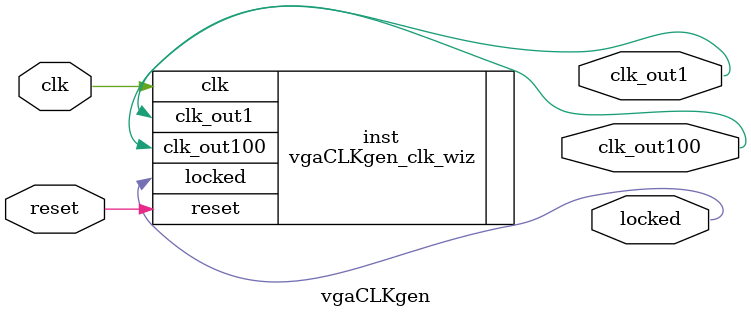
<source format=v>


`timescale 1ps/1ps

(* CORE_GENERATION_INFO = "vgaCLKgen,clk_wiz_v6_0_6_0_0,{component_name=vgaCLKgen,use_phase_alignment=true,use_min_o_jitter=false,use_max_i_jitter=false,use_dyn_phase_shift=false,use_inclk_switchover=false,use_dyn_reconfig=false,enable_axi=0,feedback_source=FDBK_AUTO,PRIMITIVE=MMCM,num_out_clk=2,clkin1_period=10.000,clkin2_period=10.000,use_power_down=false,use_reset=true,use_locked=true,use_inclk_stopped=false,feedback_type=SINGLE,CLOCK_MGR_TYPE=NA,manual_override=false}" *)

module vgaCLKgen 
 (
  // Clock out ports
  output        clk_out1,
  output        clk_out100,
  // Status and control signals
  input         reset,
  output        locked,
 // Clock in ports
  input         clk
 );

  vgaCLKgen_clk_wiz inst
  (
  // Clock out ports  
  .clk_out1(clk_out1),
  .clk_out100(clk_out100),
  // Status and control signals               
  .reset(reset), 
  .locked(locked),
 // Clock in ports
  .clk(clk)
  );

endmodule

</source>
